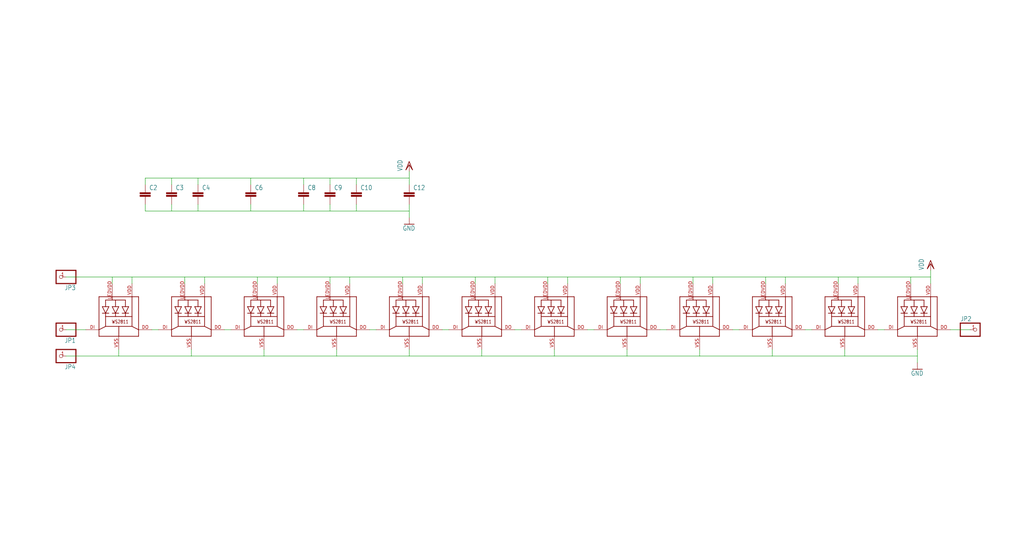
<source format=kicad_sch>
(kicad_sch (version 20230121) (generator eeschema)
  (paper "User" 394.106 210.007)
  (lib_symbols
    (symbol "working-eagle-import:C-EUC0603"
      (property "Reference" "C" (at 1.524 0.381 0))
      (symbol "C-EUC0603_1_0"
        (rectangle (start -2.032 -2.032) (end 2.032 -1.524) (fill (type outline)))
        (rectangle (start -2.032 -1.016) (end 2.032 -0.508) (fill (type outline)))
        (polyline (pts (xy 0 -2.54) (xy 0 -2.032)) (stroke (width 0.1524)))
        (polyline (pts (xy 0 0) (xy 0 -0.508)) (stroke (width 0.1524)))
        (pin passive line (at 0 2.54 270) (length 2.54) (name "1") (number "1"))
        (pin passive line (at 0 -5.08 90) (length 2.54) (name "2") (number "2"))
      )
    )
    (symbol "working-eagle-import:GND" (power)
      (property "Value" "GND" (at -2.54 -2.54 0))
      (symbol "GND_1_0"
        (polyline (pts (xy -1.905 0) (xy 1.905 0)) (stroke (width 0.254)))
        (pin power_in line (at 0 2.54 270) (length 2.54) (name "GND") (number "1"))
      )
    )
    (symbol "working-eagle-import:PINHD-1X1CB"
      (property "Reference" "JP" (at -6.35 3.175 0))
      (symbol "PINHD-1X1CB_1_0"
        (polyline (pts (xy -6.35 -2.54) (xy 1.27 -2.54)) (stroke (width 0.4064)))
        (polyline (pts (xy -6.35 2.54) (xy -6.35 -2.54)) (stroke (width 0.4064)))
        (polyline (pts (xy 1.27 -2.54) (xy 1.27 2.54)) (stroke (width 0.4064)))
        (polyline (pts (xy 1.27 2.54) (xy -6.35 2.54)) (stroke (width 0.4064)))
        (pin passive inverted (at -2.54 0 0) (length 2.54) (name "1") (number "1"))
      )
    )
    (symbol "working-eagle-import:VDD" (power)
      (property "Value" "VDD" (at -2.54 -2.54 90))
      (symbol "VDD_1_0"
        (polyline (pts (xy 0 0) (xy -1.27 -1.905)) (stroke (width 0.254)))
        (polyline (pts (xy 0 1.27) (xy -1.27 -1.905)) (stroke (width 0.254)))
        (polyline (pts (xy 1.27 -1.905) (xy 0 0)) (stroke (width 0.254)))
        (polyline (pts (xy 1.27 -1.905) (xy 0 1.27)) (stroke (width 0.254)))
        (pin power_in line (at 0 -2.54 90) (length 2.54) (name "VDD") (number "1"))
      )
    )
    (symbol "working-eagle-import:WS28115050"
      (symbol "WS28115050_1_0"
        (polyline (pts (xy -7.62 -5.08) (xy 0 -5.08)) (stroke (width 0.254)))
        (polyline (pts (xy -7.62 -2.54) (xy -7.62 -5.08)) (stroke (width 0.254)))
        (polyline (pts (xy -7.62 10.16) (xy -7.62 -2.54)) (stroke (width 0.254)))
        (polyline (pts (xy -6.35 3.81) (xy -5.08 3.81)) (stroke (width 0.254)))
        (polyline (pts (xy -6.35 6.35) (xy -5.08 6.35)) (stroke (width 0.254)))
        (polyline (pts (xy -5.08 -1.27) (xy -7.62 -2.54)) (stroke (width 0.254)))
        (polyline (pts (xy -5.08 -1.27) (xy 0 -1.27)) (stroke (width 0.254)))
        (polyline (pts (xy -5.08 2.54) (xy -5.08 -1.27)) (stroke (width 0.254)))
        (polyline (pts (xy -5.08 3.81) (xy -6.35 6.35)) (stroke (width 0.254)))
        (polyline (pts (xy -5.08 3.81) (xy -5.08 2.54)) (stroke (width 0.254)))
        (polyline (pts (xy -5.08 3.81) (xy -3.81 6.35)) (stroke (width 0.254)))
        (polyline (pts (xy -5.08 6.35) (xy -3.81 6.35)) (stroke (width 0.254)))
        (polyline (pts (xy -5.08 8.89) (xy -5.08 6.35)) (stroke (width 0.254)))
        (polyline (pts (xy -3.81 3.81) (xy -5.08 3.81)) (stroke (width 0.254)))
        (polyline (pts (xy -2.54 3.81) (xy -1.27 3.81)) (stroke (width 0.254)))
        (polyline (pts (xy -2.54 6.35) (xy 0 6.35)) (stroke (width 0.254)))
        (polyline (pts (xy -2.54 8.89) (xy -5.08 8.89)) (stroke (width 0.254)))
        (polyline (pts (xy -2.54 10.16) (xy -7.62 10.16)) (stroke (width 0.254)))
        (polyline (pts (xy -2.54 10.16) (xy -2.54 8.89)) (stroke (width 0.254)))
        (polyline (pts (xy -1.27 2.54) (xy -5.08 2.54)) (stroke (width 0.254)))
        (polyline (pts (xy -1.27 3.81) (xy -2.54 6.35)) (stroke (width 0.254)))
        (polyline (pts (xy -1.27 3.81) (xy -1.27 2.54)) (stroke (width 0.254)))
        (polyline (pts (xy -1.27 3.81) (xy 0 3.81)) (stroke (width 0.254)))
        (polyline (pts (xy -1.27 6.35) (xy -1.27 8.89)) (stroke (width 0.254)))
        (polyline (pts (xy -1.27 8.89) (xy -2.54 8.89)) (stroke (width 0.254)))
        (polyline (pts (xy 0 -5.08) (xy 7.62 -5.08)) (stroke (width 0.254)))
        (polyline (pts (xy 0 -1.27) (xy 0 -5.08)) (stroke (width 0.254)))
        (polyline (pts (xy 0 -1.27) (xy 5.08 -1.27)) (stroke (width 0.254)))
        (polyline (pts (xy 0 6.35) (xy -1.27 3.81)) (stroke (width 0.254)))
        (polyline (pts (xy 1.27 6.35) (xy 2.54 3.81)) (stroke (width 0.254)))
        (polyline (pts (xy 1.27 6.35) (xy 2.54 6.35)) (stroke (width 0.254)))
        (polyline (pts (xy 2.54 2.54) (xy -1.27 2.54)) (stroke (width 0.254)))
        (polyline (pts (xy 2.54 3.81) (xy 1.27 3.81)) (stroke (width 0.254)))
        (polyline (pts (xy 2.54 3.81) (xy 2.54 2.54)) (stroke (width 0.254)))
        (polyline (pts (xy 2.54 3.81) (xy 3.81 3.81)) (stroke (width 0.254)))
        (polyline (pts (xy 2.54 3.81) (xy 3.81 6.35)) (stroke (width 0.254)))
        (polyline (pts (xy 2.54 6.35) (xy 2.54 8.89)) (stroke (width 0.254)))
        (polyline (pts (xy 2.54 8.89) (xy -1.27 8.89)) (stroke (width 0.254)))
        (polyline (pts (xy 3.81 6.35) (xy 2.54 6.35)) (stroke (width 0.254)))
        (polyline (pts (xy 5.08 -1.27) (xy 5.08 2.54)) (stroke (width 0.254)))
        (polyline (pts (xy 5.08 -1.27) (xy 7.62 -2.54)) (stroke (width 0.254)))
        (polyline (pts (xy 5.08 2.54) (xy 2.54 2.54)) (stroke (width 0.254)))
        (polyline (pts (xy 5.08 10.16) (xy -2.54 10.16)) (stroke (width 0.254)))
        (polyline (pts (xy 5.08 10.16) (xy 5.08 2.54)) (stroke (width 0.254)))
        (polyline (pts (xy 7.62 -5.08) (xy 7.62 -2.54)) (stroke (width 0.254)))
        (polyline (pts (xy 7.62 -2.54) (xy 7.62 10.16)) (stroke (width 0.254)))
        (polyline (pts (xy 7.62 10.16) (xy 5.08 10.16)) (stroke (width 0.254)))
        (text "WS2811" (at 3.81 1.27 0) (effects (font (size 1.27 1.0795)) (justify right top)))
        (pin input line (at -12.7 -2.54 0) (length 5.08) (name "DI") (number "DI"))
        (pin output line (at 12.7 -2.54 180) (length 5.08) (name "DO") (number "DO"))
        (pin power_in line (at -2.54 15.24 270) (length 5.08) (name "LEDVDD") (number "LEDVDD"))
        (pin power_in line (at 5.08 15.24 270) (length 5.08) (name "VDD") (number "VDD"))
        (pin power_in line (at 0 -10.16 90) (length 5.08) (name "GND") (number "VSS"))
      )
    )
  )
  (wire (pts (xy 55.88 81.28) (xy 55.88 78.74)) (stroke (width 0.1524)))
  (wire (pts (xy 238.76 106.68) (xy 218.44 106.68)) (stroke (width 0.1524)))
  (wire (pts (xy 297.18 137.16) (xy 297.18 134.62)) (stroke (width 0.1524)))
  (wire (pts (xy 71.12 106.68) (xy 50.8 106.68)) (stroke (width 0.1524)))
  (wire (pts (xy 66.04 71.12) (xy 66.04 68.58)) (stroke (width 0.1524)))
  (wire (pts (xy 76.2 68.58) (xy 66.04 68.58)) (stroke (width 0.1524)))
  (wire (pts (xy 71.12 109.22) (xy 71.12 106.68)) (stroke (width 0.1524)))
  (wire (pts (xy 330.2 109.22) (xy 330.2 106.68)) (stroke (width 0.1524)))
  (wire (pts (xy 325.12 137.16) (xy 325.12 134.62)) (stroke (width 0.1524)))
  (wire (pts (xy 358.14 106.68) (xy 358.14 104.14)) (stroke (width 0.1524)))
  (wire (pts (xy 106.68 106.68) (xy 99.06 106.68)) (stroke (width 0.1524)))
  (wire (pts (xy 43.18 106.68) (xy 43.18 109.22)) (stroke (width 0.1524)))
  (wire (pts (xy 358.14 109.22) (xy 358.14 106.68)) (stroke (width 0.1524)))
  (wire (pts (xy 322.58 109.22) (xy 322.58 106.68)) (stroke (width 0.1524)))
  (wire (pts (xy 76.2 71.12) (xy 76.2 68.58)) (stroke (width 0.1524)))
  (wire (pts (xy 358.14 106.68) (xy 350.52 106.68)) (stroke (width 0.1524)))
  (wire (pts (xy 190.5 106.68) (xy 182.88 106.68)) (stroke (width 0.1524)))
  (wire (pts (xy 144.78 127) (xy 142.24 127)) (stroke (width 0.1524)))
  (wire (pts (xy 116.84 81.28) (xy 116.84 78.74)) (stroke (width 0.1524)))
  (wire (pts (xy 269.24 137.16) (xy 241.3 137.16)) (stroke (width 0.1524)))
  (wire (pts (xy 157.48 137.16) (xy 157.48 134.62)) (stroke (width 0.1524)))
  (wire (pts (xy 127 71.12) (xy 127 68.58)) (stroke (width 0.1524)))
  (wire (pts (xy 66.04 81.28) (xy 66.04 78.74)) (stroke (width 0.1524)))
  (wire (pts (xy 350.52 109.22) (xy 350.52 106.68)) (stroke (width 0.1524)))
  (wire (pts (xy 73.66 137.16) (xy 45.72 137.16)) (stroke (width 0.1524)))
  (wire (pts (xy 154.94 106.68) (xy 134.62 106.68)) (stroke (width 0.1524)))
  (wire (pts (xy 241.3 137.16) (xy 213.36 137.16)) (stroke (width 0.1524)))
  (wire (pts (xy 294.64 109.22) (xy 294.64 106.68)) (stroke (width 0.1524)))
  (wire (pts (xy 25.4 127) (xy 33.02 127)) (stroke (width 0.1524)))
  (wire (pts (xy 353.06 137.16) (xy 353.06 139.7)) (stroke (width 0.1524)))
  (wire (pts (xy 210.82 109.22) (xy 210.82 106.68)) (stroke (width 0.1524)))
  (wire (pts (xy 337.82 127) (xy 340.36 127)) (stroke (width 0.1524)))
  (wire (pts (xy 210.82 106.68) (xy 190.5 106.68)) (stroke (width 0.1524)))
  (wire (pts (xy 50.8 106.68) (xy 43.18 106.68)) (stroke (width 0.1524)))
  (wire (pts (xy 353.06 134.62) (xy 353.06 137.16)) (stroke (width 0.1524)))
  (wire (pts (xy 99.06 106.68) (xy 78.74 106.68)) (stroke (width 0.1524)))
  (wire (pts (xy 137.16 81.28) (xy 127 81.28)) (stroke (width 0.1524)))
  (wire (pts (xy 162.56 109.22) (xy 162.56 106.68)) (stroke (width 0.1524)))
  (wire (pts (xy 274.32 109.22) (xy 274.32 106.68)) (stroke (width 0.1524)))
  (wire (pts (xy 88.9 127) (xy 86.36 127)) (stroke (width 0.1524)))
  (wire (pts (xy 182.88 106.68) (xy 162.56 106.68)) (stroke (width 0.1524)))
  (wire (pts (xy 96.52 81.28) (xy 76.2 81.28)) (stroke (width 0.1524)))
  (wire (pts (xy 266.7 106.68) (xy 246.38 106.68)) (stroke (width 0.1524)))
  (wire (pts (xy 218.44 106.68) (xy 210.82 106.68)) (stroke (width 0.1524)))
  (wire (pts (xy 73.66 137.16) (xy 73.66 134.62)) (stroke (width 0.1524)))
  (wire (pts (xy 157.48 68.58) (xy 157.48 66.04)) (stroke (width 0.1524)))
  (wire (pts (xy 134.62 109.22) (xy 134.62 106.68)) (stroke (width 0.1524)))
  (wire (pts (xy 116.84 68.58) (xy 96.52 68.58)) (stroke (width 0.1524)))
  (wire (pts (xy 96.52 71.12) (xy 96.52 68.58)) (stroke (width 0.1524)))
  (wire (pts (xy 241.3 137.16) (xy 241.3 134.62)) (stroke (width 0.1524)))
  (wire (pts (xy 101.6 137.16) (xy 101.6 134.62)) (stroke (width 0.1524)))
  (wire (pts (xy 78.74 109.22) (xy 78.74 106.68)) (stroke (width 0.1524)))
  (wire (pts (xy 330.2 106.68) (xy 322.58 106.68)) (stroke (width 0.1524)))
  (wire (pts (xy 78.74 106.68) (xy 71.12 106.68)) (stroke (width 0.1524)))
  (wire (pts (xy 66.04 68.58) (xy 55.88 68.58)) (stroke (width 0.1524)))
  (wire (pts (xy 185.42 137.16) (xy 185.42 134.62)) (stroke (width 0.1524)))
  (wire (pts (xy 190.5 109.22) (xy 190.5 106.68)) (stroke (width 0.1524)))
  (wire (pts (xy 157.48 68.58) (xy 137.16 68.58)) (stroke (width 0.1524)))
  (wire (pts (xy 200.66 127) (xy 198.12 127)) (stroke (width 0.1524)))
  (wire (pts (xy 246.38 106.68) (xy 238.76 106.68)) (stroke (width 0.1524)))
  (wire (pts (xy 134.62 106.68) (xy 127 106.68)) (stroke (width 0.1524)))
  (wire (pts (xy 157.48 78.74) (xy 157.48 81.28)) (stroke (width 0.1524)))
  (wire (pts (xy 226.06 127) (xy 228.6 127)) (stroke (width 0.1524)))
  (wire (pts (xy 99.06 109.22) (xy 99.06 106.68)) (stroke (width 0.1524)))
  (wire (pts (xy 266.7 109.22) (xy 266.7 106.68)) (stroke (width 0.1524)))
  (wire (pts (xy 127 81.28) (xy 127 78.74)) (stroke (width 0.1524)))
  (wire (pts (xy 254 127) (xy 256.54 127)) (stroke (width 0.1524)))
  (wire (pts (xy 157.48 81.28) (xy 137.16 81.28)) (stroke (width 0.1524)))
  (wire (pts (xy 127 68.58) (xy 116.84 68.58)) (stroke (width 0.1524)))
  (wire (pts (xy 218.44 109.22) (xy 218.44 106.68)) (stroke (width 0.1524)))
  (wire (pts (xy 60.96 127) (xy 58.42 127)) (stroke (width 0.1524)))
  (wire (pts (xy 172.72 127) (xy 170.18 127)) (stroke (width 0.1524)))
  (wire (pts (xy 106.68 109.22) (xy 106.68 106.68)) (stroke (width 0.1524)))
  (wire (pts (xy 309.88 127) (xy 312.42 127)) (stroke (width 0.1524)))
  (wire (pts (xy 127 106.68) (xy 106.68 106.68)) (stroke (width 0.1524)))
  (wire (pts (xy 137.16 81.28) (xy 137.16 78.74)) (stroke (width 0.1524)))
  (wire (pts (xy 269.24 137.16) (xy 269.24 134.62)) (stroke (width 0.1524)))
  (wire (pts (xy 76.2 81.28) (xy 76.2 78.74)) (stroke (width 0.1524)))
  (wire (pts (xy 281.94 127) (xy 284.48 127)) (stroke (width 0.1524)))
  (wire (pts (xy 274.32 106.68) (xy 266.7 106.68)) (stroke (width 0.1524)))
  (wire (pts (xy 137.16 71.12) (xy 137.16 68.58)) (stroke (width 0.1524)))
  (wire (pts (xy 185.42 137.16) (xy 157.48 137.16)) (stroke (width 0.1524)))
  (wire (pts (xy 157.48 137.16) (xy 129.54 137.16)) (stroke (width 0.1524)))
  (wire (pts (xy 373.38 127) (xy 365.76 127)) (stroke (width 0.1524)))
  (wire (pts (xy 322.58 106.68) (xy 302.26 106.68)) (stroke (width 0.1524)))
  (wire (pts (xy 213.36 137.16) (xy 185.42 137.16)) (stroke (width 0.1524)))
  (wire (pts (xy 101.6 137.16) (xy 73.66 137.16)) (stroke (width 0.1524)))
  (wire (pts (xy 129.54 137.16) (xy 101.6 137.16)) (stroke (width 0.1524)))
  (wire (pts (xy 129.54 137.16) (xy 129.54 134.62)) (stroke (width 0.1524)))
  (wire (pts (xy 154.94 109.22) (xy 154.94 106.68)) (stroke (width 0.1524)))
  (wire (pts (xy 213.36 137.16) (xy 213.36 134.62)) (stroke (width 0.1524)))
  (wire (pts (xy 45.72 137.16) (xy 45.72 134.62)) (stroke (width 0.1524)))
  (wire (pts (xy 353.06 137.16) (xy 325.12 137.16)) (stroke (width 0.1524)))
  (wire (pts (xy 25.4 106.68) (xy 43.18 106.68)) (stroke (width 0.1524)))
  (wire (pts (xy 137.16 68.58) (xy 127 68.58)) (stroke (width 0.1524)))
  (wire (pts (xy 162.56 106.68) (xy 154.94 106.68)) (stroke (width 0.1524)))
  (wire (pts (xy 127 81.28) (xy 116.84 81.28)) (stroke (width 0.1524)))
  (wire (pts (xy 116.84 127) (xy 114.3 127)) (stroke (width 0.1524)))
  (wire (pts (xy 76.2 81.28) (xy 66.04 81.28)) (stroke (width 0.1524)))
  (wire (pts (xy 238.76 109.22) (xy 238.76 106.68)) (stroke (width 0.1524)))
  (wire (pts (xy 325.12 137.16) (xy 297.18 137.16)) (stroke (width 0.1524)))
  (wire (pts (xy 116.84 71.12) (xy 116.84 68.58)) (stroke (width 0.1524)))
  (wire (pts (xy 302.26 109.22) (xy 302.26 106.68)) (stroke (width 0.1524)))
  (wire (pts (xy 55.88 71.12) (xy 55.88 68.58)) (stroke (width 0.1524)))
  (wire (pts (xy 116.84 81.28) (xy 96.52 81.28)) (stroke (width 0.1524)))
  (wire (pts (xy 157.48 81.28) (xy 157.48 83.82)) (stroke (width 0.1524)))
  (wire (pts (xy 66.04 81.28) (xy 55.88 81.28)) (stroke (width 0.1524)))
  (wire (pts (xy 182.88 109.22) (xy 182.88 106.68)) (stroke (width 0.1524)))
  (wire (pts (xy 350.52 106.68) (xy 330.2 106.68)) (stroke (width 0.1524)))
  (wire (pts (xy 294.64 106.68) (xy 274.32 106.68)) (stroke (width 0.1524)))
  (wire (pts (xy 96.52 68.58) (xy 76.2 68.58)) (stroke (width 0.1524)))
  (wire (pts (xy 127 109.22) (xy 127 106.68)) (stroke (width 0.1524)))
  (wire (pts (xy 50.8 109.22) (xy 50.8 106.68)) (stroke (width 0.1524)))
  (wire (pts (xy 297.18 137.16) (xy 269.24 137.16)) (stroke (width 0.1524)))
  (wire (pts (xy 246.38 109.22) (xy 246.38 106.68)) (stroke (width 0.1524)))
  (wire (pts (xy 25.4 137.16) (xy 45.72 137.16)) (stroke (width 0.1524)))
  (wire (pts (xy 302.26 106.68) (xy 294.64 106.68)) (stroke (width 0.1524)))
  (wire (pts (xy 157.48 71.12) (xy 157.48 68.58)) (stroke (width 0.1524)))
  (wire (pts (xy 96.52 81.28) (xy 96.52 78.74)) (stroke (width 0.1524)))
  (symbol (lib_id "working-eagle-import:PINHD-1X1CB") (at 22.86 137.16 180) (unit 1)
    (property "Reference" "JP4" (at 29.21 140.335 0) (effects (font (size 1.778 1.5113)) (justify left bottom)))
    (property "Value" "PINHD-1X1CB" (effects hide))
    (property "Footprint" "working:1X01-CLEANBIG" (effects hide))
  )
  (symbol (lib_id "working-eagle-import:WS28115050") (at 129.54 124.46 0) (unit 1)
    (property "Reference" "LED4" (effects hide))
    (property "Value" "WS28115050" (effects hide))
    (property "Footprint" "working:WS28115050" (effects hide))
  )
  (symbol (lib_id "working-eagle-import:PINHD-1X1CB") (at 22.86 106.68 180) (unit 1)
    (property "Reference" "JP3" (at 29.21 109.855 0) (effects (font (size 1.778 1.5113)) (justify left bottom)))
    (property "Value" "PINHD-1X1CB" (effects hide))
    (property "Footprint" "working:1X01-CLEANBIG" (effects hide))
  )
  (symbol (lib_id "working-eagle-import:WS28115050") (at 45.72 124.46 0) (unit 1)
    (property "Reference" "LED1" (effects hide))
    (property "Value" "WS28115050" (effects hide))
    (property "Footprint" "working:WS28115050" (effects hide))
  )
  (symbol (lib_id "working-eagle-import:WS28115050") (at 269.24 124.46 0) (unit 1)
    (property "Reference" "LED9" (effects hide))
    (property "Value" "WS28115050" (effects hide))
    (property "Footprint" "working:WS28115050" (effects hide))
  )
  (symbol (lib_id "working-eagle-import:WS28115050") (at 101.6 124.46 0) (unit 1)
    (property "Reference" "LED3" (effects hide))
    (property "Value" "WS28115050" (effects hide))
    (property "Footprint" "working:WS28115050" (effects hide))
  )
  (symbol (lib_id "working-eagle-import:WS28115050") (at 213.36 124.46 0) (unit 1)
    (property "Reference" "LED7" (effects hide))
    (property "Value" "WS28115050" (effects hide))
    (property "Footprint" "working:WS28115050" (effects hide))
  )
  (symbol (lib_id "working-eagle-import:WS28115050") (at 185.42 124.46 0) (unit 1)
    (property "Reference" "LED6" (effects hide))
    (property "Value" "WS28115050" (effects hide))
    (property "Footprint" "working:WS28115050" (effects hide))
  )
  (symbol (lib_id "working-eagle-import:C-EUC0603") (at 137.16 73.66 0) (unit 1)
    (property "Reference" "C10" (at 138.684 73.279 0) (effects (font (size 1.778 1.5113)) (justify left bottom)))
    (property "Value" "C-EUC0603" (effects hide))
    (property "Footprint" "working:C0603" (effects hide))
  )
  (symbol (lib_id "working-eagle-import:PINHD-1X1CB") (at 375.92 127 0) (unit 1)
    (property "Reference" "JP2" (at 369.57 123.825 0) (effects (font (size 1.778 1.5113)) (justify left bottom)))
    (property "Value" "PINHD-1X1CB" (effects hide))
    (property "Footprint" "working:1X01-CLEANBIG" (effects hide))
  )
  (symbol (lib_id "working-eagle-import:C-EUC0603") (at 76.2 73.66 0) (unit 1)
    (property "Reference" "C4" (at 77.724 73.279 0) (effects (font (size 1.778 1.5113)) (justify left bottom)))
    (property "Value" "C-EUC0603" (effects hide))
    (property "Footprint" "working:C0603" (effects hide))
  )
  (symbol (lib_id "working-eagle-import:VDD") (at 157.48 63.5 0) (unit 1)
    (property "Reference" "#VDD2" (effects hide))
    (property "Value" "VDD" (at 154.94 66.04 90) (effects (font (size 1.778 1.5113)) (justify left bottom)))
  )
  (symbol (lib_id "working-eagle-import:WS28115050") (at 73.66 124.46 0) (unit 1)
    (property "Reference" "LED2" (effects hide))
    (property "Value" "WS28115050" (effects hide))
    (property "Footprint" "working:WS28115050" (effects hide))
  )
  (symbol (lib_id "working-eagle-import:GND") (at 353.06 142.24 0) (unit 1)
    (property "Reference" "#GND1" (effects hide))
    (property "Value" "GND" (at 350.52 144.78 0) (effects (font (size 1.778 1.5113)) (justify left bottom)))
  )
  (symbol (lib_id "working-eagle-import:C-EUC0603") (at 66.04 73.66 0) (unit 1)
    (property "Reference" "C3" (at 67.564 73.279 0) (effects (font (size 1.778 1.5113)) (justify left bottom)))
    (property "Value" "C-EUC0603" (effects hide))
    (property "Footprint" "working:C0603" (effects hide))
  )
  (symbol (lib_id "working-eagle-import:WS28115050") (at 297.18 124.46 0) (unit 1)
    (property "Reference" "LED10" (effects hide))
    (property "Value" "WS28115050" (effects hide))
    (property "Footprint" "working:WS28115050" (effects hide))
  )
  (symbol (lib_id "working-eagle-import:WS28115050") (at 241.3 124.46 0) (unit 1)
    (property "Reference" "LED8" (effects hide))
    (property "Value" "WS28115050" (effects hide))
    (property "Footprint" "working:WS28115050" (effects hide))
  )
  (symbol (lib_id "working-eagle-import:C-EUC0603") (at 127 73.66 0) (unit 1)
    (property "Reference" "C9" (at 128.524 73.279 0) (effects (font (size 1.778 1.5113)) (justify left bottom)))
    (property "Value" "C-EUC0603" (effects hide))
    (property "Footprint" "working:C0603" (effects hide))
  )
  (symbol (lib_id "working-eagle-import:WS28115050") (at 157.48 124.46 0) (unit 1)
    (property "Reference" "LED5" (effects hide))
    (property "Value" "WS28115050" (effects hide))
    (property "Footprint" "working:WS28115050" (effects hide))
  )
  (symbol (lib_id "working-eagle-import:WS28115050") (at 325.12 124.46 0) (unit 1)
    (property "Reference" "LED11" (effects hide))
    (property "Value" "WS28115050" (effects hide))
    (property "Footprint" "working:WS28115050" (effects hide))
  )
  (symbol (lib_id "working-eagle-import:C-EUC0603") (at 116.84 73.66 0) (unit 1)
    (property "Reference" "C8" (at 118.364 73.279 0) (effects (font (size 1.778 1.5113)) (justify left bottom)))
    (property "Value" "C-EUC0603" (effects hide))
    (property "Footprint" "working:C0603" (effects hide))
  )
  (symbol (lib_id "working-eagle-import:C-EUC0603") (at 96.52 73.66 0) (unit 1)
    (property "Reference" "C6" (at 98.044 73.279 0) (effects (font (size 1.778 1.5113)) (justify left bottom)))
    (property "Value" "C-EUC0603" (effects hide))
    (property "Footprint" "working:C0603" (effects hide))
  )
  (symbol (lib_id "working-eagle-import:VDD") (at 358.14 101.6 0) (unit 1)
    (property "Reference" "#VDD1" (effects hide))
    (property "Value" "VDD" (at 355.6 104.14 90) (effects (font (size 1.778 1.5113)) (justify left bottom)))
  )
  (symbol (lib_id "working-eagle-import:PINHD-1X1CB") (at 22.86 127 180) (unit 1)
    (property "Reference" "JP1" (at 29.21 130.175 0) (effects (font (size 1.778 1.5113)) (justify left bottom)))
    (property "Value" "PINHD-1X1CB" (effects hide))
    (property "Footprint" "working:1X01-CLEANBIG" (effects hide))
  )
  (symbol (lib_id "working-eagle-import:WS28115050") (at 353.06 124.46 0) (unit 1)
    (property "Reference" "LED12" (effects hide))
    (property "Value" "WS28115050" (effects hide))
    (property "Footprint" "working:WS28115050" (effects hide))
  )
  (symbol (lib_id "working-eagle-import:C-EUC0603") (at 55.88 73.66 0) (unit 1)
    (property "Reference" "C2" (at 57.404 73.279 0) (effects (font (size 1.778 1.5113)) (justify left bottom)))
    (property "Value" "C-EUC0603" (effects hide))
    (property "Footprint" "working:C0603" (effects hide))
  )
  (symbol (lib_id "working-eagle-import:C-EUC0603") (at 157.48 73.66 0) (unit 1)
    (property "Reference" "C12" (at 159.004 73.279 0) (effects (font (size 1.778 1.5113)) (justify left bottom)))
    (property "Value" "C-EUC0603" (effects hide))
    (property "Footprint" "working:C0603" (effects hide))
  )
  (symbol (lib_id "working-eagle-import:GND") (at 157.48 86.36 0) (unit 1)
    (property "Reference" "#GND2" (effects hide))
    (property "Value" "GND" (at 154.94 88.9 0) (effects (font (size 1.778 1.5113)) (justify left bottom)))
  )
)
</source>
